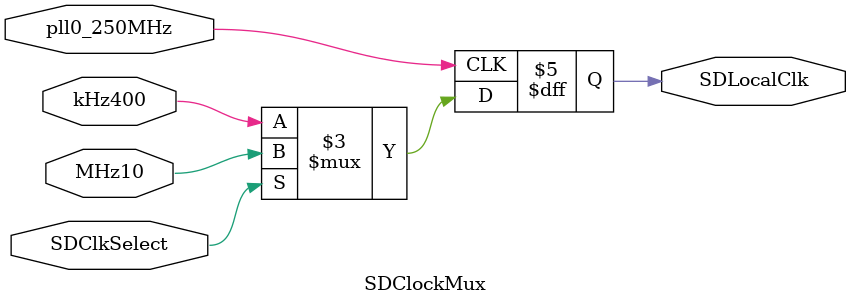
<source format=v>
/********************************************************************************
*       SDClockMux.v.     TFOX        Updated version 0.5     Jan 20, 2023        *
*           TFOX, N4TLF January 31, 2023   You are free to use it               *
*           however you like.  No warranty expressed or implied                 *
*   SDClock speed INPUT Multiplexer.  Uses a much higher clock to drive posedge   *
*       selection.         *
********************************************************************************/
module  SDClockMux
    (
    input           MHz10,
    input           kHz400,
    input           pll0_250MHz,
    input           SDClkSelect, 
    output  reg    SDLocalClk
    );

always @(posedge pll0_250MHz) 
    begin
        if(SDClkSelect)
            SDLocalClk = MHz10;
        else
            SDLocalClk = kHz400;
        end
    
endmodule
    

</source>
